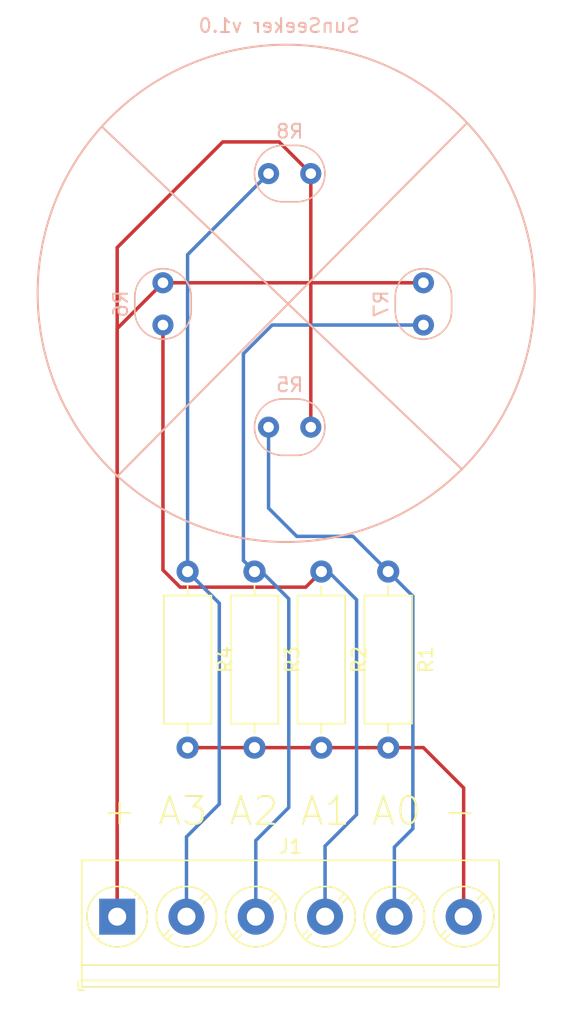
<source format=kicad_pcb>
(kicad_pcb (version 20171130) (host pcbnew "(5.1.10)-1")

  (general
    (thickness 1.6)
    (drawings 16)
    (tracks 45)
    (zones 0)
    (modules 9)
    (nets 7)
  )

  (page A4)
  (title_block
    (title "Photosensor Array")
    (rev v01)
    (comment 4 "Author: Mari Takizala")
  )

  (layers
    (0 F.Cu signal)
    (31 B.Cu signal)
    (32 B.Adhes user)
    (33 F.Adhes user)
    (34 B.Paste user)
    (35 F.Paste user)
    (36 B.SilkS user)
    (37 F.SilkS user)
    (38 B.Mask user)
    (39 F.Mask user)
    (40 Dwgs.User user)
    (41 Cmts.User user)
    (42 Eco1.User user)
    (43 Eco2.User user)
    (44 Edge.Cuts user)
    (45 Margin user)
    (46 B.CrtYd user)
    (47 F.CrtYd user)
    (48 B.Fab user)
    (49 F.Fab user)
  )

  (setup
    (last_trace_width 0.25)
    (trace_clearance 0.2)
    (zone_clearance 0.508)
    (zone_45_only no)
    (trace_min 0.2)
    (via_size 0.8)
    (via_drill 0.4)
    (via_min_size 0.4)
    (via_min_drill 0.2)
    (uvia_size 0.8)
    (uvia_drill 0.4)
    (uvias_allowed no)
    (uvia_min_size 0.4)
    (uvia_min_drill 0.2)
    (edge_width 0.05)
    (segment_width 0.2)
    (pcb_text_width 0.3)
    (pcb_text_size 1.5 1.5)
    (mod_edge_width 0.12)
    (mod_text_size 1 1)
    (mod_text_width 0.15)
    (pad_size 1.524 1.524)
    (pad_drill 0.762)
    (pad_to_mask_clearance 0.05)
    (solder_mask_min_width 0.2)
    (aux_axis_origin 0 0)
    (visible_elements 7FFFFFFF)
    (pcbplotparams
      (layerselection 0x010fc_ffffffff)
      (usegerberextensions false)
      (usegerberattributes true)
      (usegerberadvancedattributes true)
      (creategerberjobfile true)
      (excludeedgelayer true)
      (linewidth 0.100000)
      (plotframeref false)
      (viasonmask false)
      (mode 1)
      (useauxorigin false)
      (hpglpennumber 1)
      (hpglpenspeed 20)
      (hpglpendiameter 15.000000)
      (psnegative false)
      (psa4output false)
      (plotreference true)
      (plotvalue true)
      (plotinvisibletext false)
      (padsonsilk false)
      (subtractmaskfromsilk false)
      (outputformat 1)
      (mirror false)
      (drillshape 1)
      (scaleselection 1)
      (outputdirectory ""))
  )

  (net 0 "")
  (net 1 "Net-(J1-Pad1)")
  (net 2 "Net-(J1-Pad2)")
  (net 3 "Net-(J1-Pad3)")
  (net 4 "Net-(J1-Pad4)")
  (net 5 "Net-(J1-Pad5)")
  (net 6 "Net-(J1-Pad6)")

  (net_class Default "This is the default net class."
    (clearance 0.2)
    (trace_width 0.25)
    (via_dia 0.8)
    (via_drill 0.4)
    (uvia_dia 0.8)
    (uvia_drill 0.4)
    (add_net "Net-(J1-Pad1)")
    (add_net "Net-(J1-Pad2)")
    (add_net "Net-(J1-Pad3)")
    (add_net "Net-(J1-Pad4)")
    (add_net "Net-(J1-Pad5)")
    (add_net "Net-(J1-Pad6)")
  )

  (module photoresistor5mm:5mmPhotoresistor (layer B.Cu) (tedit 60FFA6EB) (tstamp 60FFEC5A)
    (at 152.654 99.314 180)
    (path /60FF3901)
    (fp_text reference R5 (at 0 3.048) (layer B.SilkS)
      (effects (font (size 1 1) (thickness 0.15)) (justify mirror))
    )
    (fp_text value R_PHOTO (at 0 -3.302) (layer B.Fab)
      (effects (font (size 1 1) (thickness 0.15)) (justify mirror))
    )
    (fp_arc (start 0.508 0) (end 0.508 -2.032) (angle 180) (layer B.SilkS) (width 0.12))
    (fp_arc (start -0.508 0) (end -0.508 2.032) (angle 180) (layer B.SilkS) (width 0.12))
    (fp_line (start -0.508 2.032) (end 0.508 2.032) (layer B.SilkS) (width 0.12))
    (fp_line (start -0.508 -2.032) (end 0.508 -2.032) (layer B.SilkS) (width 0.12))
    (pad 1 thru_hole circle (at -1.524 0 180) (size 1.524 1.524) (drill 0.762) (layers *.Cu *.Mask)
      (net 1 "Net-(J1-Pad1)"))
    (pad 2 thru_hole circle (at 1.524 0 180) (size 1.524 1.524) (drill 0.762) (layers *.Cu *.Mask)
      (net 5 "Net-(J1-Pad5)"))
    (model C:/Users/mtaki/Desktop/Ldr.step
      (offset (xyz 0 0 1))
      (scale (xyz 1 0.9 0.4))
      (rotate (xyz 0 0 90))
    )
  )

  (module photoresistor5mm:5mmPhotoresistor (layer B.Cu) (tedit 60FFA6EB) (tstamp 60FFEC64)
    (at 143.51 90.424 270)
    (path /60FF4007)
    (fp_text reference R6 (at 0 3.048 270) (layer B.SilkS)
      (effects (font (size 1 1) (thickness 0.15)) (justify mirror))
    )
    (fp_text value R_PHOTO (at 0 -3.302 270) (layer B.Fab)
      (effects (font (size 1 1) (thickness 0.15)) (justify mirror))
    )
    (fp_line (start -0.508 -2.032) (end 0.508 -2.032) (layer B.SilkS) (width 0.12))
    (fp_line (start -0.508 2.032) (end 0.508 2.032) (layer B.SilkS) (width 0.12))
    (fp_arc (start 0.508 0) (end 0.508 -2.032) (angle 180) (layer B.SilkS) (width 0.12))
    (fp_arc (start -0.508 0) (end -0.508 2.032) (angle 180) (layer B.SilkS) (width 0.12))
    (pad 1 thru_hole circle (at -1.524 0 270) (size 1.524 1.524) (drill 0.762) (layers *.Cu *.Mask)
      (net 1 "Net-(J1-Pad1)"))
    (pad 2 thru_hole circle (at 1.524 0 270) (size 1.524 1.524) (drill 0.762) (layers *.Cu *.Mask)
      (net 4 "Net-(J1-Pad4)"))
    (model C:/Users/mtaki/Desktop/Ldr.step
      (offset (xyz 0 0 1))
      (scale (xyz 1 0.9 0.4))
      (rotate (xyz 0 0 90))
    )
  )

  (module photoresistor5mm:5mmPhotoresistor (layer B.Cu) (tedit 60FFA6EB) (tstamp 60FFEC6E)
    (at 162.306 90.424 270)
    (path /6101552E)
    (fp_text reference R7 (at 0 3.048 270) (layer B.SilkS)
      (effects (font (size 1 1) (thickness 0.15)) (justify mirror))
    )
    (fp_text value R_PHOTO (at 0 -3.302 270) (layer B.Fab)
      (effects (font (size 1 1) (thickness 0.15)) (justify mirror))
    )
    (fp_line (start -0.508 2.032) (end 0.508 2.032) (layer B.SilkS) (width 0.12))
    (fp_line (start -0.508 -2.032) (end 0.508 -2.032) (layer B.SilkS) (width 0.12))
    (fp_arc (start -0.508 0) (end -0.508 2.032) (angle 180) (layer B.SilkS) (width 0.12))
    (fp_arc (start 0.508 0) (end 0.508 -2.032) (angle 180) (layer B.SilkS) (width 0.12))
    (pad 2 thru_hole circle (at 1.524 0 270) (size 1.524 1.524) (drill 0.762) (layers *.Cu *.Mask)
      (net 3 "Net-(J1-Pad3)"))
    (pad 1 thru_hole circle (at -1.524 0 270) (size 1.524 1.524) (drill 0.762) (layers *.Cu *.Mask)
      (net 1 "Net-(J1-Pad1)"))
    (model C:/Users/mtaki/Desktop/Ldr.step
      (offset (xyz 0 0 1))
      (scale (xyz 1 0.9 0.4))
      (rotate (xyz 0 0 90))
    )
  )

  (module photoresistor5mm:5mmPhotoresistor (layer B.Cu) (tedit 60FFA6EB) (tstamp 60FFEC78)
    (at 152.654 81.026 180)
    (path /61015521)
    (fp_text reference R8 (at 0 3.048) (layer B.SilkS)
      (effects (font (size 1 1) (thickness 0.15)) (justify mirror))
    )
    (fp_text value R_PHOTO (at 0 -3.302) (layer B.Fab)
      (effects (font (size 1 1) (thickness 0.15)) (justify mirror))
    )
    (fp_line (start -0.508 -2.032) (end 0.508 -2.032) (layer B.SilkS) (width 0.12))
    (fp_line (start -0.508 2.032) (end 0.508 2.032) (layer B.SilkS) (width 0.12))
    (fp_arc (start 0.508 0) (end 0.508 -2.032) (angle 180) (layer B.SilkS) (width 0.12))
    (fp_arc (start -0.508 0) (end -0.508 2.032) (angle 180) (layer B.SilkS) (width 0.12))
    (pad 1 thru_hole circle (at -1.524 0 180) (size 1.524 1.524) (drill 0.762) (layers *.Cu *.Mask)
      (net 1 "Net-(J1-Pad1)"))
    (pad 2 thru_hole circle (at 1.524 0 180) (size 1.524 1.524) (drill 0.762) (layers *.Cu *.Mask)
      (net 2 "Net-(J1-Pad2)"))
    (model C:/Users/mtaki/Desktop/Ldr.step
      (offset (xyz 0 0 1))
      (scale (xyz 1 0.9 0.4))
      (rotate (xyz 0 0 90))
    )
  )

  (module TerminalBlock_Phoenix:TerminalBlock_Phoenix_PT-1,5-6-5.0-H_1x06_P5.00mm_Horizontal (layer F.Cu) (tedit 5B294F6B) (tstamp 61000E07)
    (at 140.208 134.62)
    (descr "Terminal Block Phoenix PT-1,5-6-5.0-H, 6 pins, pitch 5mm, size 30x9mm^2, drill diamater 1.3mm, pad diameter 2.6mm, see http://www.mouser.com/ds/2/324/ItemDetail_1935161-922578.pdf, script-generated using https://github.com/pointhi/kicad-footprint-generator/scripts/TerminalBlock_Phoenix")
    (tags "THT Terminal Block Phoenix PT-1,5-6-5.0-H pitch 5mm size 30x9mm^2 drill 1.3mm pad 2.6mm")
    (path /61009F71)
    (fp_text reference J1 (at 12.5 -5.06) (layer F.SilkS)
      (effects (font (size 1 1) (thickness 0.15)))
    )
    (fp_text value "1x6 Screw Terminal" (at 12.5 6.06) (layer F.Fab)
      (effects (font (size 1 1) (thickness 0.15)))
    )
    (fp_line (start 28 -4.5) (end -3 -4.5) (layer F.CrtYd) (width 0.05))
    (fp_line (start 28 5.5) (end 28 -4.5) (layer F.CrtYd) (width 0.05))
    (fp_line (start -3 5.5) (end 28 5.5) (layer F.CrtYd) (width 0.05))
    (fp_line (start -3 -4.5) (end -3 5.5) (layer F.CrtYd) (width 0.05))
    (fp_line (start -2.8 5.3) (end -2.4 5.3) (layer F.SilkS) (width 0.12))
    (fp_line (start -2.8 4.66) (end -2.8 5.3) (layer F.SilkS) (width 0.12))
    (fp_line (start 23.742 0.992) (end 23.347 1.388) (layer F.SilkS) (width 0.12))
    (fp_line (start 26.388 -1.654) (end 26.008 -1.274) (layer F.SilkS) (width 0.12))
    (fp_line (start 23.993 1.274) (end 23.613 1.654) (layer F.SilkS) (width 0.12))
    (fp_line (start 26.654 -1.388) (end 26.259 -0.992) (layer F.SilkS) (width 0.12))
    (fp_line (start 26.273 -1.517) (end 23.484 1.273) (layer F.Fab) (width 0.1))
    (fp_line (start 26.517 -1.273) (end 23.728 1.517) (layer F.Fab) (width 0.1))
    (fp_line (start 18.742 0.992) (end 18.347 1.388) (layer F.SilkS) (width 0.12))
    (fp_line (start 21.388 -1.654) (end 21.008 -1.274) (layer F.SilkS) (width 0.12))
    (fp_line (start 18.993 1.274) (end 18.613 1.654) (layer F.SilkS) (width 0.12))
    (fp_line (start 21.654 -1.388) (end 21.259 -0.992) (layer F.SilkS) (width 0.12))
    (fp_line (start 21.273 -1.517) (end 18.484 1.273) (layer F.Fab) (width 0.1))
    (fp_line (start 21.517 -1.273) (end 18.728 1.517) (layer F.Fab) (width 0.1))
    (fp_line (start 13.742 0.992) (end 13.347 1.388) (layer F.SilkS) (width 0.12))
    (fp_line (start 16.388 -1.654) (end 16.008 -1.274) (layer F.SilkS) (width 0.12))
    (fp_line (start 13.993 1.274) (end 13.613 1.654) (layer F.SilkS) (width 0.12))
    (fp_line (start 16.654 -1.388) (end 16.259 -0.992) (layer F.SilkS) (width 0.12))
    (fp_line (start 16.273 -1.517) (end 13.484 1.273) (layer F.Fab) (width 0.1))
    (fp_line (start 16.517 -1.273) (end 13.728 1.517) (layer F.Fab) (width 0.1))
    (fp_line (start 8.742 0.992) (end 8.347 1.388) (layer F.SilkS) (width 0.12))
    (fp_line (start 11.388 -1.654) (end 11.008 -1.274) (layer F.SilkS) (width 0.12))
    (fp_line (start 8.993 1.274) (end 8.613 1.654) (layer F.SilkS) (width 0.12))
    (fp_line (start 11.654 -1.388) (end 11.259 -0.992) (layer F.SilkS) (width 0.12))
    (fp_line (start 11.273 -1.517) (end 8.484 1.273) (layer F.Fab) (width 0.1))
    (fp_line (start 11.517 -1.273) (end 8.728 1.517) (layer F.Fab) (width 0.1))
    (fp_line (start 3.742 0.992) (end 3.347 1.388) (layer F.SilkS) (width 0.12))
    (fp_line (start 6.388 -1.654) (end 6.008 -1.274) (layer F.SilkS) (width 0.12))
    (fp_line (start 3.993 1.274) (end 3.613 1.654) (layer F.SilkS) (width 0.12))
    (fp_line (start 6.654 -1.388) (end 6.259 -0.992) (layer F.SilkS) (width 0.12))
    (fp_line (start 6.273 -1.517) (end 3.484 1.273) (layer F.Fab) (width 0.1))
    (fp_line (start 6.517 -1.273) (end 3.728 1.517) (layer F.Fab) (width 0.1))
    (fp_line (start -1.548 1.281) (end -1.654 1.388) (layer F.SilkS) (width 0.12))
    (fp_line (start 1.388 -1.654) (end 1.281 -1.547) (layer F.SilkS) (width 0.12))
    (fp_line (start -1.282 1.547) (end -1.388 1.654) (layer F.SilkS) (width 0.12))
    (fp_line (start 1.654 -1.388) (end 1.547 -1.281) (layer F.SilkS) (width 0.12))
    (fp_line (start 1.273 -1.517) (end -1.517 1.273) (layer F.Fab) (width 0.1))
    (fp_line (start 1.517 -1.273) (end -1.273 1.517) (layer F.Fab) (width 0.1))
    (fp_line (start 27.56 -4.06) (end 27.56 5.06) (layer F.SilkS) (width 0.12))
    (fp_line (start -2.56 -4.06) (end -2.56 5.06) (layer F.SilkS) (width 0.12))
    (fp_line (start -2.56 5.06) (end 27.56 5.06) (layer F.SilkS) (width 0.12))
    (fp_line (start -2.56 -4.06) (end 27.56 -4.06) (layer F.SilkS) (width 0.12))
    (fp_line (start -2.56 3.5) (end 27.56 3.5) (layer F.SilkS) (width 0.12))
    (fp_line (start -2.5 3.5) (end 27.5 3.5) (layer F.Fab) (width 0.1))
    (fp_line (start -2.56 4.6) (end 27.56 4.6) (layer F.SilkS) (width 0.12))
    (fp_line (start -2.5 4.6) (end 27.5 4.6) (layer F.Fab) (width 0.1))
    (fp_line (start -2.5 4.6) (end -2.5 -4) (layer F.Fab) (width 0.1))
    (fp_line (start -2.1 5) (end -2.5 4.6) (layer F.Fab) (width 0.1))
    (fp_line (start 27.5 5) (end -2.1 5) (layer F.Fab) (width 0.1))
    (fp_line (start 27.5 -4) (end 27.5 5) (layer F.Fab) (width 0.1))
    (fp_line (start -2.5 -4) (end 27.5 -4) (layer F.Fab) (width 0.1))
    (fp_circle (center 25 0) (end 27.18 0) (layer F.SilkS) (width 0.12))
    (fp_circle (center 25 0) (end 27 0) (layer F.Fab) (width 0.1))
    (fp_circle (center 20 0) (end 22.18 0) (layer F.SilkS) (width 0.12))
    (fp_circle (center 20 0) (end 22 0) (layer F.Fab) (width 0.1))
    (fp_circle (center 15 0) (end 17.18 0) (layer F.SilkS) (width 0.12))
    (fp_circle (center 15 0) (end 17 0) (layer F.Fab) (width 0.1))
    (fp_circle (center 10 0) (end 12.18 0) (layer F.SilkS) (width 0.12))
    (fp_circle (center 10 0) (end 12 0) (layer F.Fab) (width 0.1))
    (fp_circle (center 5 0) (end 7.18 0) (layer F.SilkS) (width 0.12))
    (fp_circle (center 5 0) (end 7 0) (layer F.Fab) (width 0.1))
    (fp_circle (center 0 0) (end 2.18 0) (layer F.SilkS) (width 0.12))
    (fp_circle (center 0 0) (end 2 0) (layer F.Fab) (width 0.1))
    (fp_text user %R (at 12.5 2.9) (layer F.Fab)
      (effects (font (size 1 1) (thickness 0.15)))
    )
    (pad 1 thru_hole rect (at 0 0) (size 2.6 2.6) (drill 1.3) (layers *.Cu *.Mask)
      (net 1 "Net-(J1-Pad1)"))
    (pad 2 thru_hole circle (at 5 0) (size 2.6 2.6) (drill 1.3) (layers *.Cu *.Mask)
      (net 2 "Net-(J1-Pad2)"))
    (pad 3 thru_hole circle (at 10 0) (size 2.6 2.6) (drill 1.3) (layers *.Cu *.Mask)
      (net 3 "Net-(J1-Pad3)"))
    (pad 4 thru_hole circle (at 15 0) (size 2.6 2.6) (drill 1.3) (layers *.Cu *.Mask)
      (net 4 "Net-(J1-Pad4)"))
    (pad 5 thru_hole circle (at 20 0) (size 2.6 2.6) (drill 1.3) (layers *.Cu *.Mask)
      (net 5 "Net-(J1-Pad5)"))
    (pad 6 thru_hole circle (at 25 0) (size 2.6 2.6) (drill 1.3) (layers *.Cu *.Mask)
      (net 6 "Net-(J1-Pad6)"))
    (model ${KISYS3DMOD}/TerminalBlock_Phoenix.3dshapes/TerminalBlock_Phoenix_PT-1,5-6-5.0-H_1x06_P5.00mm_Horizontal.wrl
      (at (xyz 0 0 0))
      (scale (xyz 1 1 1))
      (rotate (xyz 0 0 0))
    )
  )

  (module Resistor_THT:R_Axial_DIN0309_L9.0mm_D3.2mm_P12.70mm_Horizontal (layer F.Cu) (tedit 5AE5139B) (tstamp 61004717)
    (at 159.766 109.728 270)
    (descr "Resistor, Axial_DIN0309 series, Axial, Horizontal, pin pitch=12.7mm, 0.5W = 1/2W, length*diameter=9*3.2mm^2, http://cdn-reichelt.de/documents/datenblatt/B400/1_4W%23YAG.pdf")
    (tags "Resistor Axial_DIN0309 series Axial Horizontal pin pitch 12.7mm 0.5W = 1/2W length 9mm diameter 3.2mm")
    (path /60FF5957)
    (fp_text reference R1 (at 6.35 -2.72 90) (layer F.SilkS)
      (effects (font (size 1 1) (thickness 0.15)))
    )
    (fp_text value R (at 6.35 2.72 90) (layer F.Fab)
      (effects (font (size 1 1) (thickness 0.15)))
    )
    (fp_text user %R (at 6.35 0 90) (layer F.Fab)
      (effects (font (size 1 1) (thickness 0.15)))
    )
    (fp_line (start 1.85 -1.6) (end 1.85 1.6) (layer F.Fab) (width 0.1))
    (fp_line (start 1.85 1.6) (end 10.85 1.6) (layer F.Fab) (width 0.1))
    (fp_line (start 10.85 1.6) (end 10.85 -1.6) (layer F.Fab) (width 0.1))
    (fp_line (start 10.85 -1.6) (end 1.85 -1.6) (layer F.Fab) (width 0.1))
    (fp_line (start 0 0) (end 1.85 0) (layer F.Fab) (width 0.1))
    (fp_line (start 12.7 0) (end 10.85 0) (layer F.Fab) (width 0.1))
    (fp_line (start 1.73 -1.72) (end 1.73 1.72) (layer F.SilkS) (width 0.12))
    (fp_line (start 1.73 1.72) (end 10.97 1.72) (layer F.SilkS) (width 0.12))
    (fp_line (start 10.97 1.72) (end 10.97 -1.72) (layer F.SilkS) (width 0.12))
    (fp_line (start 10.97 -1.72) (end 1.73 -1.72) (layer F.SilkS) (width 0.12))
    (fp_line (start 1.04 0) (end 1.73 0) (layer F.SilkS) (width 0.12))
    (fp_line (start 11.66 0) (end 10.97 0) (layer F.SilkS) (width 0.12))
    (fp_line (start -1.05 -1.85) (end -1.05 1.85) (layer F.CrtYd) (width 0.05))
    (fp_line (start -1.05 1.85) (end 13.75 1.85) (layer F.CrtYd) (width 0.05))
    (fp_line (start 13.75 1.85) (end 13.75 -1.85) (layer F.CrtYd) (width 0.05))
    (fp_line (start 13.75 -1.85) (end -1.05 -1.85) (layer F.CrtYd) (width 0.05))
    (pad 2 thru_hole oval (at 12.7 0 270) (size 1.6 1.6) (drill 0.8) (layers *.Cu *.Mask)
      (net 6 "Net-(J1-Pad6)"))
    (pad 1 thru_hole circle (at 0 0 270) (size 1.6 1.6) (drill 0.8) (layers *.Cu *.Mask)
      (net 5 "Net-(J1-Pad5)"))
    (model ${KISYS3DMOD}/Resistor_THT.3dshapes/R_Axial_DIN0309_L9.0mm_D3.2mm_P12.70mm_Horizontal.wrl
      (at (xyz 0 0 0))
      (scale (xyz 1 1 1))
      (rotate (xyz 0 0 0))
    )
  )

  (module Resistor_THT:R_Axial_DIN0309_L9.0mm_D3.2mm_P12.70mm_Horizontal (layer F.Cu) (tedit 5AE5139B) (tstamp 6100472D)
    (at 154.94 109.728 270)
    (descr "Resistor, Axial_DIN0309 series, Axial, Horizontal, pin pitch=12.7mm, 0.5W = 1/2W, length*diameter=9*3.2mm^2, http://cdn-reichelt.de/documents/datenblatt/B400/1_4W%23YAG.pdf")
    (tags "Resistor Axial_DIN0309 series Axial Horizontal pin pitch 12.7mm 0.5W = 1/2W length 9mm diameter 3.2mm")
    (path /60FF5E7D)
    (fp_text reference R2 (at 6.35 -2.72 90) (layer F.SilkS)
      (effects (font (size 1 1) (thickness 0.15)))
    )
    (fp_text value R (at 6.35 2.72 90) (layer F.Fab)
      (effects (font (size 1 1) (thickness 0.15)))
    )
    (fp_line (start 13.75 -1.85) (end -1.05 -1.85) (layer F.CrtYd) (width 0.05))
    (fp_line (start 13.75 1.85) (end 13.75 -1.85) (layer F.CrtYd) (width 0.05))
    (fp_line (start -1.05 1.85) (end 13.75 1.85) (layer F.CrtYd) (width 0.05))
    (fp_line (start -1.05 -1.85) (end -1.05 1.85) (layer F.CrtYd) (width 0.05))
    (fp_line (start 11.66 0) (end 10.97 0) (layer F.SilkS) (width 0.12))
    (fp_line (start 1.04 0) (end 1.73 0) (layer F.SilkS) (width 0.12))
    (fp_line (start 10.97 -1.72) (end 1.73 -1.72) (layer F.SilkS) (width 0.12))
    (fp_line (start 10.97 1.72) (end 10.97 -1.72) (layer F.SilkS) (width 0.12))
    (fp_line (start 1.73 1.72) (end 10.97 1.72) (layer F.SilkS) (width 0.12))
    (fp_line (start 1.73 -1.72) (end 1.73 1.72) (layer F.SilkS) (width 0.12))
    (fp_line (start 12.7 0) (end 10.85 0) (layer F.Fab) (width 0.1))
    (fp_line (start 0 0) (end 1.85 0) (layer F.Fab) (width 0.1))
    (fp_line (start 10.85 -1.6) (end 1.85 -1.6) (layer F.Fab) (width 0.1))
    (fp_line (start 10.85 1.6) (end 10.85 -1.6) (layer F.Fab) (width 0.1))
    (fp_line (start 1.85 1.6) (end 10.85 1.6) (layer F.Fab) (width 0.1))
    (fp_line (start 1.85 -1.6) (end 1.85 1.6) (layer F.Fab) (width 0.1))
    (fp_text user %R (at 6.35 0 90) (layer F.Fab)
      (effects (font (size 1 1) (thickness 0.15)))
    )
    (pad 1 thru_hole circle (at 0 0 270) (size 1.6 1.6) (drill 0.8) (layers *.Cu *.Mask)
      (net 4 "Net-(J1-Pad4)"))
    (pad 2 thru_hole oval (at 12.7 0 270) (size 1.6 1.6) (drill 0.8) (layers *.Cu *.Mask)
      (net 6 "Net-(J1-Pad6)"))
    (model ${KISYS3DMOD}/Resistor_THT.3dshapes/R_Axial_DIN0309_L9.0mm_D3.2mm_P12.70mm_Horizontal.wrl
      (at (xyz 0 0 0))
      (scale (xyz 1 1 1))
      (rotate (xyz 0 0 0))
    )
  )

  (module Resistor_THT:R_Axial_DIN0309_L9.0mm_D3.2mm_P12.70mm_Horizontal (layer F.Cu) (tedit 5AE5139B) (tstamp 61004743)
    (at 150.114 109.728 270)
    (descr "Resistor, Axial_DIN0309 series, Axial, Horizontal, pin pitch=12.7mm, 0.5W = 1/2W, length*diameter=9*3.2mm^2, http://cdn-reichelt.de/documents/datenblatt/B400/1_4W%23YAG.pdf")
    (tags "Resistor Axial_DIN0309 series Axial Horizontal pin pitch 12.7mm 0.5W = 1/2W length 9mm diameter 3.2mm")
    (path /61015528)
    (fp_text reference R3 (at 6.35 -2.72 90) (layer F.SilkS)
      (effects (font (size 1 1) (thickness 0.15)))
    )
    (fp_text value R (at 6.35 2.72 90) (layer F.Fab)
      (effects (font (size 1 1) (thickness 0.15)))
    )
    (fp_text user %R (at 6.35 0 90) (layer F.Fab)
      (effects (font (size 1 1) (thickness 0.15)))
    )
    (fp_line (start 1.85 -1.6) (end 1.85 1.6) (layer F.Fab) (width 0.1))
    (fp_line (start 1.85 1.6) (end 10.85 1.6) (layer F.Fab) (width 0.1))
    (fp_line (start 10.85 1.6) (end 10.85 -1.6) (layer F.Fab) (width 0.1))
    (fp_line (start 10.85 -1.6) (end 1.85 -1.6) (layer F.Fab) (width 0.1))
    (fp_line (start 0 0) (end 1.85 0) (layer F.Fab) (width 0.1))
    (fp_line (start 12.7 0) (end 10.85 0) (layer F.Fab) (width 0.1))
    (fp_line (start 1.73 -1.72) (end 1.73 1.72) (layer F.SilkS) (width 0.12))
    (fp_line (start 1.73 1.72) (end 10.97 1.72) (layer F.SilkS) (width 0.12))
    (fp_line (start 10.97 1.72) (end 10.97 -1.72) (layer F.SilkS) (width 0.12))
    (fp_line (start 10.97 -1.72) (end 1.73 -1.72) (layer F.SilkS) (width 0.12))
    (fp_line (start 1.04 0) (end 1.73 0) (layer F.SilkS) (width 0.12))
    (fp_line (start 11.66 0) (end 10.97 0) (layer F.SilkS) (width 0.12))
    (fp_line (start -1.05 -1.85) (end -1.05 1.85) (layer F.CrtYd) (width 0.05))
    (fp_line (start -1.05 1.85) (end 13.75 1.85) (layer F.CrtYd) (width 0.05))
    (fp_line (start 13.75 1.85) (end 13.75 -1.85) (layer F.CrtYd) (width 0.05))
    (fp_line (start 13.75 -1.85) (end -1.05 -1.85) (layer F.CrtYd) (width 0.05))
    (pad 2 thru_hole oval (at 12.7 0 270) (size 1.6 1.6) (drill 0.8) (layers *.Cu *.Mask)
      (net 6 "Net-(J1-Pad6)"))
    (pad 1 thru_hole circle (at 0 0 270) (size 1.6 1.6) (drill 0.8) (layers *.Cu *.Mask)
      (net 3 "Net-(J1-Pad3)"))
    (model ${KISYS3DMOD}/Resistor_THT.3dshapes/R_Axial_DIN0309_L9.0mm_D3.2mm_P12.70mm_Horizontal.wrl
      (at (xyz 0 0 0))
      (scale (xyz 1 1 1))
      (rotate (xyz 0 0 0))
    )
  )

  (module Resistor_THT:R_Axial_DIN0309_L9.0mm_D3.2mm_P12.70mm_Horizontal (layer F.Cu) (tedit 5AE5139B) (tstamp 61004759)
    (at 145.288 109.728 270)
    (descr "Resistor, Axial_DIN0309 series, Axial, Horizontal, pin pitch=12.7mm, 0.5W = 1/2W, length*diameter=9*3.2mm^2, http://cdn-reichelt.de/documents/datenblatt/B400/1_4W%23YAG.pdf")
    (tags "Resistor Axial_DIN0309 series Axial Horizontal pin pitch 12.7mm 0.5W = 1/2W length 9mm diameter 3.2mm")
    (path /6101551B)
    (fp_text reference R4 (at 6.35 -2.72 90) (layer F.SilkS)
      (effects (font (size 1 1) (thickness 0.15)))
    )
    (fp_text value R (at 6.35 2.72 90) (layer F.Fab)
      (effects (font (size 1 1) (thickness 0.15)))
    )
    (fp_line (start 13.75 -1.85) (end -1.05 -1.85) (layer F.CrtYd) (width 0.05))
    (fp_line (start 13.75 1.85) (end 13.75 -1.85) (layer F.CrtYd) (width 0.05))
    (fp_line (start -1.05 1.85) (end 13.75 1.85) (layer F.CrtYd) (width 0.05))
    (fp_line (start -1.05 -1.85) (end -1.05 1.85) (layer F.CrtYd) (width 0.05))
    (fp_line (start 11.66 0) (end 10.97 0) (layer F.SilkS) (width 0.12))
    (fp_line (start 1.04 0) (end 1.73 0) (layer F.SilkS) (width 0.12))
    (fp_line (start 10.97 -1.72) (end 1.73 -1.72) (layer F.SilkS) (width 0.12))
    (fp_line (start 10.97 1.72) (end 10.97 -1.72) (layer F.SilkS) (width 0.12))
    (fp_line (start 1.73 1.72) (end 10.97 1.72) (layer F.SilkS) (width 0.12))
    (fp_line (start 1.73 -1.72) (end 1.73 1.72) (layer F.SilkS) (width 0.12))
    (fp_line (start 12.7 0) (end 10.85 0) (layer F.Fab) (width 0.1))
    (fp_line (start 0 0) (end 1.85 0) (layer F.Fab) (width 0.1))
    (fp_line (start 10.85 -1.6) (end 1.85 -1.6) (layer F.Fab) (width 0.1))
    (fp_line (start 10.85 1.6) (end 10.85 -1.6) (layer F.Fab) (width 0.1))
    (fp_line (start 1.85 1.6) (end 10.85 1.6) (layer F.Fab) (width 0.1))
    (fp_line (start 1.85 -1.6) (end 1.85 1.6) (layer F.Fab) (width 0.1))
    (fp_text user %R (at 6.35 0 90) (layer F.Fab)
      (effects (font (size 1 1) (thickness 0.15)))
    )
    (pad 1 thru_hole circle (at 0 0 270) (size 1.6 1.6) (drill 0.8) (layers *.Cu *.Mask)
      (net 2 "Net-(J1-Pad2)"))
    (pad 2 thru_hole oval (at 12.7 0 270) (size 1.6 1.6) (drill 0.8) (layers *.Cu *.Mask)
      (net 6 "Net-(J1-Pad6)"))
    (model ${KISYS3DMOD}/Resistor_THT.3dshapes/R_Axial_DIN0309_L9.0mm_D3.2mm_P12.70mm_Horizontal.wrl
      (at (xyz 0 0 0))
      (scale (xyz 1 1 1))
      (rotate (xyz 0 0 0))
    )
  )

  (gr_line (start 132.08 142.24) (end 134.62 142.24) (layer Dwgs.User) (width 0.15) (tstamp 61004B37))
  (gr_line (start 131.826 68.58) (end 132.08 142.24) (layer Dwgs.User) (width 0.15))
  (gr_line (start 134.112 68.58) (end 131.826 68.58) (layer Dwgs.User) (width 0.15))
  (gr_line (start 137.16 68.58) (end 134.112 68.58) (layer Dwgs.User) (width 0.15))
  (gr_line (start 172.72 68.58) (end 137.16 68.58) (layer Dwgs.User) (width 0.15))
  (gr_line (start 172.974 142.24) (end 172.72 68.58) (layer Dwgs.User) (width 0.15))
  (gr_line (start 134.62 142.24) (end 172.974 142.24) (layer Dwgs.User) (width 0.15))
  (gr_line (start 139.192 77.724) (end 165.1 102.362) (layer B.SilkS) (width 0.15))
  (gr_line (start 165.354 77.47) (end 140.208 102.87) (layer B.SilkS) (width 0.15))
  (gr_text "SunSeeker v1.0" (at 151.892 70.358) (layer B.SilkS)
    (effects (font (size 1 1) (thickness 0.15)) (justify mirror))
  )
  (dimension 7.112 (width 0.15) (layer Dwgs.User) (tstamp 61002B3D)
    (gr_text "7.112 mm" (at 151.354 105.156 270) (layer Dwgs.User) (tstamp 61005865)
      (effects (font (size 1 1) (thickness 0.15)))
    )
    (feature1 (pts (xy 152.654 108.712) (xy 152.067579 108.712)))
    (feature2 (pts (xy 152.654 101.6) (xy 152.067579 101.6)))
    (crossbar (pts (xy 152.654 101.6) (xy 152.654 108.712)))
    (arrow1a (pts (xy 152.654 108.712) (xy 152.067579 107.585496)))
    (arrow1b (pts (xy 152.654 108.712) (xy 153.240421 107.585496)))
    (arrow2a (pts (xy 152.654 101.6) (xy 152.067579 102.726504)))
    (arrow2b (pts (xy 152.654 101.6) (xy 153.240421 102.726504)))
  )
  (gr_text "+ A3 A2 A1 A0 -" (at 152.654 127) (layer F.SilkS)
    (effects (font (size 2 2) (thickness 0.15)))
  )
  (dimension 7.112 (width 0.15) (layer Dwgs.User)
    (gr_text "7.112 mm" (at 151.354 127 270) (layer Dwgs.User) (tstamp 6100585F)
      (effects (font (size 1 1) (thickness 0.15)))
    )
    (feature1 (pts (xy 152.654 130.556) (xy 152.067579 130.556)))
    (feature2 (pts (xy 152.654 123.444) (xy 152.067579 123.444)))
    (crossbar (pts (xy 152.654 123.444) (xy 152.654 130.556)))
    (arrow1a (pts (xy 152.654 130.556) (xy 152.067579 129.429496)))
    (arrow1b (pts (xy 152.654 130.556) (xy 153.240421 129.429496)))
    (arrow2a (pts (xy 152.654 123.444) (xy 152.067579 124.570504)))
    (arrow2b (pts (xy 152.654 123.444) (xy 153.240421 124.570504)))
  )
  (dimension 7.112 (width 0.15) (layer Dwgs.User)
    (gr_text "7.112 mm" (at 149.098 89.124) (layer Dwgs.User) (tstamp 610059EE)
      (effects (font (size 1 1) (thickness 0.15)))
    )
    (feature1 (pts (xy 145.542 90.424) (xy 145.542 89.837579)))
    (feature2 (pts (xy 152.654 90.424) (xy 152.654 89.837579)))
    (crossbar (pts (xy 152.654 90.424) (xy 145.542 90.424)))
    (arrow1a (pts (xy 145.542 90.424) (xy 146.668504 89.837579)))
    (arrow1b (pts (xy 145.542 90.424) (xy 146.668504 91.010421)))
    (arrow2a (pts (xy 152.654 90.424) (xy 151.527496 89.837579)))
    (arrow2b (pts (xy 152.654 90.424) (xy 151.527496 91.010421)))
  )
  (dimension 14.224 (width 0.15) (layer Dwgs.User)
    (gr_text "14.224 mm" (at 153.954 90.17 90) (layer Dwgs.User) (tstamp 610059E8)
      (effects (font (size 1 1) (thickness 0.15)))
    )
    (feature1 (pts (xy 152.654 83.058) (xy 153.240421 83.058)))
    (feature2 (pts (xy 152.654 97.282) (xy 153.240421 97.282)))
    (crossbar (pts (xy 152.654 97.282) (xy 152.654 83.058)))
    (arrow1a (pts (xy 152.654 83.058) (xy 153.240421 84.184504)))
    (arrow1b (pts (xy 152.654 83.058) (xy 152.067579 84.184504)))
    (arrow2a (pts (xy 152.654 97.282) (xy 153.240421 96.155496)))
    (arrow2b (pts (xy 152.654 97.282) (xy 152.067579 96.155496)))
  )
  (gr_circle (center 152.4 89.662) (end 170.333551 89.662) (layer B.SilkS) (width 0.15))

  (segment (start 140.208 134.62) (end 140.208 86.36) (width 0.25) (layer F.Cu) (net 1))
  (segment (start 140.208 86.36) (end 147.828 78.74) (width 0.25) (layer F.Cu) (net 1))
  (segment (start 151.892 78.74) (end 154.178 81.026) (width 0.25) (layer F.Cu) (net 1))
  (segment (start 147.828 78.74) (end 151.892 78.74) (width 0.25) (layer F.Cu) (net 1))
  (segment (start 140.208 92.202) (end 143.51 88.9) (width 0.25) (layer F.Cu) (net 1))
  (segment (start 140.208 134.62) (end 140.208 92.202) (width 0.25) (layer F.Cu) (net 1))
  (segment (start 144.864762 88.9) (end 162.306 88.9) (width 0.25) (layer F.Cu) (net 1))
  (segment (start 143.51 88.9) (end 144.864762 88.9) (width 0.25) (layer F.Cu) (net 1))
  (segment (start 154.178 81.026) (end 154.178 99.314) (width 0.25) (layer F.Cu) (net 1))
  (segment (start 145.208 134.62) (end 145.208 128.858) (width 0.25) (layer B.Cu) (net 2))
  (segment (start 145.208 128.858) (end 147.574 126.492) (width 0.25) (layer B.Cu) (net 2))
  (segment (start 147.574 112.014) (end 145.288 109.728) (width 0.25) (layer B.Cu) (net 2))
  (segment (start 147.574 126.492) (end 147.574 112.014) (width 0.25) (layer B.Cu) (net 2))
  (segment (start 145.288 86.868) (end 151.13 81.026) (width 0.25) (layer B.Cu) (net 2))
  (segment (start 145.288 109.728) (end 145.288 86.868) (width 0.25) (layer B.Cu) (net 2))
  (segment (start 150.208 134.62) (end 150.208 129.126) (width 0.25) (layer B.Cu) (net 3))
  (segment (start 150.208 129.126) (end 152.588 126.746) (width 0.25) (layer B.Cu) (net 3))
  (segment (start 152.588 126.746) (end 152.588 111.694) (width 0.25) (layer B.Cu) (net 3))
  (segment (start 150.622 109.728) (end 150.114 109.728) (width 0.25) (layer B.Cu) (net 3))
  (segment (start 152.588 111.694) (end 150.622 109.728) (width 0.25) (layer B.Cu) (net 3))
  (segment (start 149.314001 108.928001) (end 149.314001 94.017999) (width 0.25) (layer B.Cu) (net 3))
  (segment (start 150.114 109.728) (end 149.314001 108.928001) (width 0.25) (layer B.Cu) (net 3))
  (segment (start 151.384 91.948) (end 162.306 91.948) (width 0.25) (layer B.Cu) (net 3))
  (segment (start 149.314001 94.017999) (end 151.384 91.948) (width 0.25) (layer B.Cu) (net 3))
  (segment (start 155.208 134.62) (end 155.208 129.526) (width 0.25) (layer B.Cu) (net 4))
  (segment (start 155.208 129.526) (end 157.48 127.254) (width 0.25) (layer B.Cu) (net 4))
  (segment (start 157.48 127.254) (end 157.48 111.76) (width 0.25) (layer B.Cu) (net 4))
  (segment (start 155.448 109.728) (end 154.94 109.728) (width 0.25) (layer B.Cu) (net 4))
  (segment (start 157.48 111.76) (end 155.448 109.728) (width 0.25) (layer B.Cu) (net 4))
  (segment (start 153.814999 110.853001) (end 154.94 109.728) (width 0.25) (layer F.Cu) (net 4))
  (segment (start 144.747999 110.853001) (end 153.814999 110.853001) (width 0.25) (layer F.Cu) (net 4))
  (segment (start 143.51 109.615002) (end 144.747999 110.853001) (width 0.25) (layer F.Cu) (net 4))
  (segment (start 143.51 91.948) (end 143.51 109.615002) (width 0.25) (layer F.Cu) (net 4))
  (segment (start 151.13 99.314) (end 151.13 105.156) (width 0.25) (layer B.Cu) (net 5))
  (segment (start 151.13 105.156) (end 153.162 107.188) (width 0.25) (layer B.Cu) (net 5))
  (segment (start 157.226 107.188) (end 159.766 109.728) (width 0.25) (layer B.Cu) (net 5))
  (segment (start 153.162 107.188) (end 157.226 107.188) (width 0.25) (layer B.Cu) (net 5))
  (segment (start 160.208 129.606) (end 160.208 134.62) (width 0.25) (layer B.Cu) (net 5))
  (segment (start 161.544 128.27) (end 160.208 129.606) (width 0.25) (layer B.Cu) (net 5))
  (segment (start 161.544 111.506) (end 161.544 128.27) (width 0.25) (layer B.Cu) (net 5))
  (segment (start 159.766 109.728) (end 161.544 111.506) (width 0.25) (layer B.Cu) (net 5))
  (segment (start 145.288 122.428) (end 159.766 122.428) (width 0.25) (layer F.Cu) (net 6))
  (segment (start 159.766 122.428) (end 162.306 122.428) (width 0.25) (layer F.Cu) (net 6))
  (segment (start 165.208 125.33) (end 165.208 134.62) (width 0.25) (layer F.Cu) (net 6))
  (segment (start 162.306 122.428) (end 165.208 125.33) (width 0.25) (layer F.Cu) (net 6))

)

</source>
